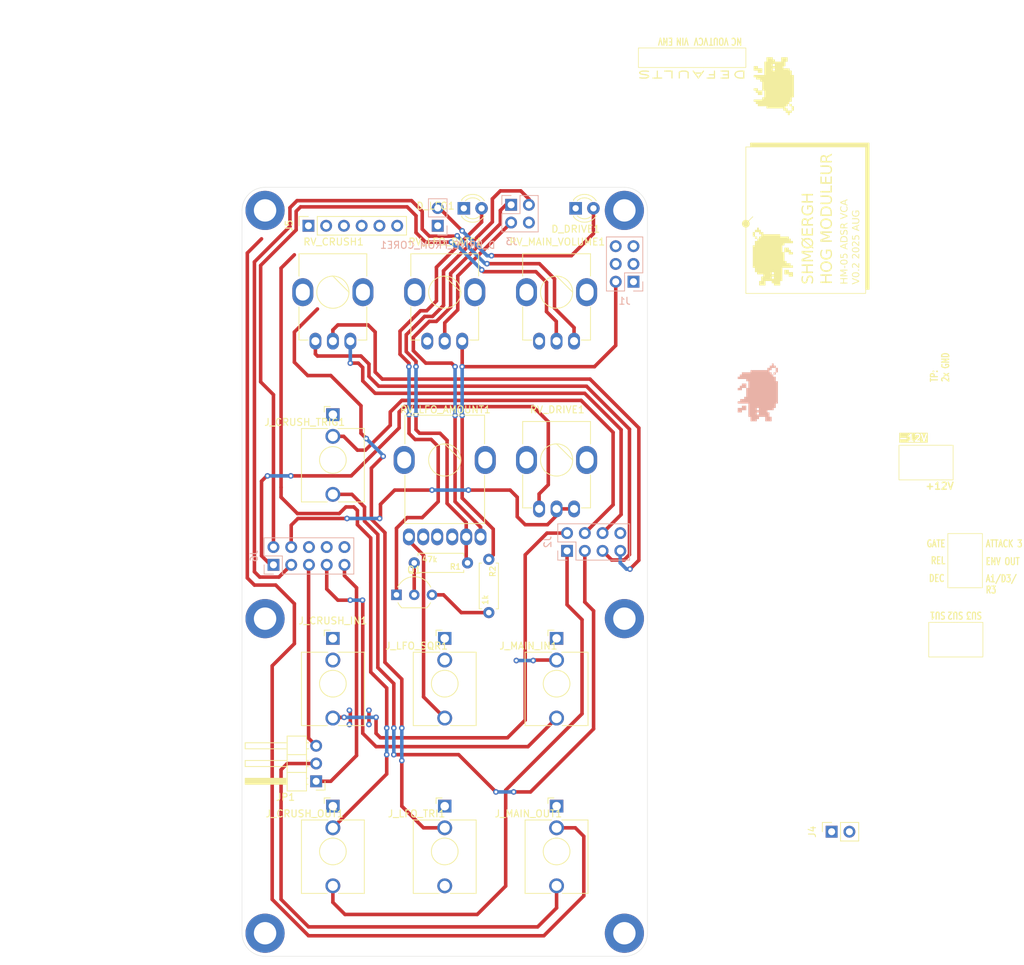
<source format=kicad_pcb>
(kicad_pcb (version 20241229) (generator "pcbnew") (generator_version "9.0")
  (layers (0 "F.Cu" signal) (4 "In1.Cu" power "GND1") (6 "In2.Cu" power "GND2") (2 "B.Cu" signal) (13 "F.Paste" user) (15 "B.Paste" user) (5 "F.SilkS" user "F.Silkscreen") (7 "B.SilkS" user "B.Silkscreen") (1 "F.Mask" user) (3 "B.Mask" user) (25 "Edge.Cuts" user))
  (net 0 "")
  (net 1 "DRIVE_LED_P")
  (net 2 "+12V")
  (net 3 "GND")
  (net 4 "-12V")
  (net 5 "Net-(D_LFO1-A)")
  (net 6 "RV_CRUSH_2")
  (net 7 "RV_CRUSH_1")
  (net 8 "CRUSH_OUT")
  (net 9 "CRUSH_IN")
  (net 10 "CRUSH_TRIG_DEFAULT")
  (net 12 "CRUSH_TRIG")
  (net 13 "RV_CRUSH_3")
  (net 14 "LFO_TRI")
  (net 15 "LFO_SQR")
  (net 16 "LFO_RATE")
  (net 18 "OUTPUT_OUT_DEFAULT")
  (net 19 "CRUSH_IN_DEFAULT")
  (net 20 "CRUSH_OUT_DEFAULT")
  (net 21 "LFO_SQR_DEFAULT")
  (net 22 "LFO_TRI_DEFAULT")
  (net 23 "OUTPUT_IN_DEFAULT")
  (net 24 "OUTPUT_LINE_OUT")
  (net 25 "OUTPUT_IN")
  (net 26 "OUTPUT_DRIVE_3")
  (net 27 "OUTPUT_DRIVE_1")
  (net 28 "OUTPUT_VOL_3")
  (net 30 "OUTPUT_PHONES_OUT")
  (net 31 "OUTPUT_VOL_2")
  (net 34 "OUTPUT_OUT")
  (net 35 "Net-(J_LFO_SQR1-PadT)")
  (net 36 "Net-(J_LFO_TRI1-PadT)")
  (net 37 "Net-(Q1-B)")
  (net 38 "Net-(Q1-C)")
  (footprint "Shmoergh_Custom_Footprints:Jack_3.5mm_QingPu_WQP-PJ398SM_Vertical_CircularHoles" (layer "F.Cu") (at 153 139)
    (property "Reference" "J_LFO_TRI1")
    (property "Value" "PJ398SM")
  )
  (footprint "MountingHole:MountingHole_3.2mm_M3_DIN965_Pad" (layer "F.Cu") (at 178.7 105.7)
    (property "Reference" "H6")
    (property "Value" "MountingHole")
  )
  (footprint "Shmoergh_Custom_Footprints:Potentiometer_Bourns_Single-PTV09A" (layer "F.Cu") (at 153 59)
    (property "Reference" "RV_LFO_RATE1")
    (property "Value" "A100k")
  )
  (footprint "Package_TO_SOT_THT:TO-92_Inline_Wide" (layer "F.Cu") (at 146.098 102.293)
    (property "Reference" "Q1")
    (property "Value" "2N3904")
  )
  (footprint "Shmoergh_Custom_Footprints:Jack_3.5mm_QingPu_WQP-PJ398SM_Vertical_CircularHoles" (layer "F.Cu") (at 137 139)
    (property "Reference" "J_CRUSH_OUT1")
    (property "Value" "PJ398SM")
  )
  (footprint "LED_THT:LED_D3.0mm" (layer "F.Cu") (at 171.73 47)
    (property "Reference" "D_DRIVE1")
    (property "Value" "Red LED")
  )
  (footprint "Connector_PinSocket_2.54mm:PinSocket_1x06_P2.54mm_Vertical" (layer "F.Cu") (at 133.5 49.5 90)
    (property "Reference" "J5")
    (property "Value" "Conn_01x06")
  )
  (footprint "Shmoergh_Logo:Gyeszno" (layer "F.Cu") (at 199.946 53.906 90)
    (property "Reference" "G***" (hide yes))
    (property "Value" "LOGO" (hide yes))
  )
  (footprint "Shmoergh_Custom_Footprints:Potentiometer_Bourns_Single-PTV09A" (layer "F.Cu") (at 137 59)
    (property "Reference" "RV_CRUSH1")
    (property "Value" "1M")
  )
  (footprint "Shmoergh_Custom_Footprints:Potentiometer_Bourns_Single-PTV09A" (layer "F.Cu") (at 169 59)
    (property "Reference" "RV_MAIN_VOLUME1")
    (property "Value" "A10k")
  )
  (footprint "MountingHole:MountingHole_3.2mm_M3_DIN965_Pad" (layer "F.Cu") (at 178.7 47.3)
    (property "Reference" "H2")
    (property "Value" "MountingHole")
  )
  (footprint "Shmoergh_Custom_Footprints:Potentiometer_Bourns_Dual-PTV112-4" (layer "F.Cu") (at 153 83)
    (property "Reference" "RV_LFO_AMOUNT1")
    (property "Value" "A20k")
  )
  (footprint "MountingHole:MountingHole_3.2mm_M3_DIN965_Pad" (layer "F.Cu") (at 178.7 150.7)
    (property "Reference" "H3")
    (property "Value" "MountingHole")
  )
  (footprint "Shmoergh_Custom_Footprints:Potentiometer_Bourns_Single-PTV09A" (layer "F.Cu") (at 169 83)
    (property "Reference" "RV_DRIVE1")
    (property "Value" "100k")
  )
  (footprint "Shmoergh_Custom_Footprints:Jack_3.5mm_QingPu_WQP-PJ398SM_Vertical_CircularHoles" (layer "F.Cu") (at 169 139)
    (property "Reference" "J_MAIN_OUT1")
    (property "Value" "PJ398SM")
  )
  (footprint "Connector_PinHeader_2.54mm:PinHeader_1x03_P2.54mm_Horizontal" (layer "F.Cu") (at 134.608 128.963 180)
    (property "Reference" "JP1")
    (property "Value" "Jumper_3_Open")
  )
  (footprint "MountingHole:MountingHole_3.2mm_M3_DIN965_Pad" (layer "F.Cu") (at 127.3 47.3)
    (property "Reference" "H1")
    (property "Value" "MountingHole")
  )
  (footprint "MountingHole:MountingHole_3.2mm_M3_DIN965_Pad" (layer "F.Cu") (at 127.3 150.7)
    (property "Reference" "H4")
    (property "Value" "MountingHole")
  )
  (footprint "Shmoergh_Custom_Footprints:R_Axial_DIN0207_L6.3mm_D2.5mm_P7.62mm_Horizontal" (layer "F.Cu") (at 159.306 97.213 -90)
    (property "Reference" "R2")
    (property "Value" "1k")
  )
  (footprint "Shmoergh_Custom_Footprints:Jack_3.5mm_QingPu_WQP-PJ398SM_Vertical_CircularHoles" (layer "F.Cu") (at 137 115)
    (property "Reference" "J_CRUSH_IN1")
    (property "Value" "PJ398SM")
  )
  (footprint "Shmoergh_Logo:Gyeszno" (layer "F.Cu") (at 200.073 29.522 -90)
    (property "Reference" "G***" (hide yes))
    (property "Value" "LOGO" (hide yes))
  )
  (footprint "LED_THT:LED_D3.0mm" (layer "F.Cu") (at 155.73 47)
    (property "Reference" "D_LFO1")
    (property "Value" "Red LED")
  )
  (footprint "Connector_PinSocket_2.54mm:PinSocket_1x02_P2.54mm_Vertical" (layer "F.Cu") (at 208.348 136.177 90)
    (property "Reference" "J4")
    (property "Value" "Conn_01x02")
  )
  (footprint "Shmoergh_Custom_Footprints:Jack_3.5mm_QingPu_WQP-PJ398SM_Vertical_CircularHoles" (layer "F.Cu") (at 137 83)
    (property "Reference" "J_CRUSH_TRIG1")
    (property "Value" "PJ398SM")
  )
  (footprint "Shmoergh_Custom_Footprints:R_Axial_DIN0207_L6.3mm_D2.5mm_P7.62mm_Horizontal" (layer "F.Cu") (at 156.258 97.721 180)
    (property "Reference" "R1")
    (property "Value" "47k")
  )
  (footprint "MountingHole:MountingHole_3.2mm_M3_DIN965_Pad" (layer "F.Cu") (at 127.3 105.7)
    (property "Reference" "H5")
    (property "Value" "MountingHole")
  )
  (footprint "Shmoergh_Custom_Footprints:Jack_3.5mm_QingPu_WQP-PJ398SM_Vertical_CircularHoles" (layer "F.Cu") (at 169 115)
    (property "Reference" "J_MAIN_IN1")
    (property "Value" "PJ398SM")
  )
  (footprint "Shmoergh_Custom_Footprints:Jack_3.5mm_QingPu_WQP-PJ398SM_Vertical_CircularHoles" (layer "F.Cu") (at 153 115)
    (property "Reference" "J_LFO_SQR1")
    (property "Value" "PJ398SM")
  )
  (footprint "Connector_PinSocket_2.54mm:PinSocket_1x02_P2.54mm_Vertical" (layer "B.Cu") (at 152 49.5)
    (property "Reference" "D_DRIVE_FROM_CORE1")
    (property "Value" "Red LED")
  )
  (footprint "Connector_PinSocket_2.54mm:PinSocket_2x04_P2.54mm_Vertical" (layer "B.Cu") (at 170.5 96 -90)
    (property "Reference" "J2")
    (property "Value" "Conn_02x04_Odd_Even")
  )
  (footprint "Connector_PinSocket_2.54mm:PinSocket_2x05_P2.54mm_Vertical" (layer "B.Cu") (at 128.5 98 -90)
    (property "Reference" "J6")
    (property "Value" "Conn_02x05_Odd_Even")
  )
  (footprint "Shmoergh_Logo:Gyeszno" (layer "B.Cu") (at 197.787 73.337 90)
    (property "Reference" "G***" (hide yes))
    (property "Value" "LOGO" (hide yes))
  )
  (footprint "Connector_PinSocket_2.54mm:PinSocket_2x03_P2.54mm_Vertical" (layer "B.Cu") (at 180 57.5)
    (property "Reference" "J1")
    (property "Value" "Conn_02x03_Odd_Even")
  )
  (footprint "Connector_PinSocket_2.54mm:PinSocket_2x02_P2.54mm_Vertical" (layer "B.Cu") (at 162.5 46.5 180)
    (property "Reference" "J3")
    (property "Value" "Conn_02x02_Odd_Even")
  )
  (gr_rect (start 217.98 80.8935) (end 225.727 85.8465) (stroke (width 0.1)) (fill no) (layer "F.SilkS"))
  (gr_rect (start 213.2175 38.16) (end 213.7085 58.603) (stroke (width 0.1)) (fill yes) (layer "F.SilkS"))
  (gr_line (start 197.0725 48.199) (end 196.0725 49.199) (stroke (width 0.1)) (layer "F.SilkS"))
  (gr_rect (start 224.965 93.53) (end 229.918 101.277) (stroke (width 0.1)) (fill no) (layer "F.SilkS"))
  (gr_rect (start 196.7325 37.66) (end 213.7085 38.16) (stroke (width 0.1)) (fill yes) (layer "F.SilkS"))
  (gr_rect (start 222.2345 106.23) (end 229.9815 111.183) (stroke (width 0.1)) (fill no) (layer "F.SilkS"))
  (gr_rect (start 196.0725 38.2215) (end 213.2175 59.1765) (stroke (width 0.1)) (fill no) (layer "F.SilkS"))
  (gr_rect (start 180.7055 24.061) (end 196.0725 26.855) (stroke (width 0.1)) (fill no) (layer "F.SilkS"))
  (gr_circle (center 196.0725 49.199) (end 195.5725 49.199) (stroke (width 0.1)) (fill yes) (layer "F.SilkS"))
  (gr_line (start 178.7 154) (end 127.3 154) (stroke (width 0.05)) (layer "Edge.Cuts"))
  (gr_arc (start 182 150.7) (mid 181.033452 153.033452) (end 178.7 154) (stroke (width 0.05)) (layer "Edge.Cuts"))
  (gr_line (start 182 47.3) (end 182 150.7) (stroke (width 0.05)) (layer "Edge.Cuts"))
  (gr_line (start 127.3 44) (end 178.7 44) (stroke (width 0.05)) (layer "Edge.Cuts"))
  (gr_line (start 124 150.7) (end 124 47.3) (stroke (width 0.05)) (layer "Edge.Cuts"))
  (gr_arc (start 124 47.3) (mid 124.966548 44.966548) (end 127.3 44) (stroke (width 0.05)) (layer "Edge.Cuts"))
  (gr_arc (start 127.3 154) (mid 124.966548 153.033452) (end 124 150.7) (stroke (width 0.05)) (layer "Edge.Cuts"))
  (gr_arc (start 178.7 44) (mid 181.033452 44.966548) (end 182 47.3) (stroke (width 0.05)) (layer "Edge.Cuts"))
  (gr_text "SHMØERGH \nHOG MODULEUR" (at 208.6455 57.9065 90) (layer "F.SilkS") (effects (font (size 1.6 1.6) (thickness 0.1)) (justify left bottom)))
  (gr_text "ATTACK 3" (at 230.299 95.562 0) (layer "F.SilkS") (effects (font (size 1 0.75) (thickness 0.17) (bold yes)) (justify left bottom)))
  (gr_text "DEFAULTS" (at 188.389 27.236 180) (layer "F.SilkS") (effects (font (size 1 2.2) (thickness 0.17) (bold yes)) (justify bottom)))
  (gr_text "-12V" (at 217.853 80.449 0) (layer "F.SilkS" knockout) (effects (font (size 1 1) (thickness 0.2) (bold yes)) (justify left bottom)))
  (gr_text "REL" (at 224.711 97.975 0) (layer "F.SilkS") (effects (font (size 1 0.75) (thickness 0.17) (bold yes)) (justify right bottom)))
  (gr_text "SU1" (at 223.5045 104.6425 180) (layer "F.SilkS") (effects (font (size 1 0.75) (thickness 0.17) (bold yes)) (justify bottom)))
  (gr_text "VIN" (at 186.992 22.537 180) (layer "F.SilkS") (effects (font (size 1 0.75) (thickness 0.17) (bold yes)) (justify bottom)))
  (gr_text "TP:\n2x GND" (at 225.219 71.94 90) (layer "F.SilkS") (effects (font (size 1 0.75) (thickness 0.17) (bold yes)) (justify left bottom)))
  (gr_text "SU2" (at 226.0445 104.6425 180) (layer "F.SilkS") (effects (font (size 1 0.75) (thickness 0.17) (bold yes)) (justify bottom)))
  (gr_text "+12V" (at 221.663 87.307 0) (layer "F.SilkS") (effects (font (size 1 1) (thickness 0.2) (bold yes)) (justify left bottom)))
  (gr_text "ENV" (at 184.579 22.537 180) (layer "F.SilkS") (effects (font (size 1 0.75) (thickness 0.17) (bold yes)) (justify bottom)))
  (gr_text "ENV OUT" (at 230.299 98.102 0) (layer "F.SilkS") (effects (font (size 1 0.75) (thickness 0.17) (bold yes)) (justify left bottom)))
  (gr_text "DEC" (at 224.584 100.515 0) (layer "F.SilkS") (effects (font (size 1 0.75) (thickness 0.17) (bold yes)) (justify right bottom)))
  (gr_text "SU3" (at 228.7115 104.6425 180) (layer "F.SilkS") (effects (font (size 1 0.75) (thickness 0.17) (bold yes)) (justify bottom)))
  (gr_text "A1/D3/\nR3" (at 230.299 102.166 0) (layer "F.SilkS") (effects (font (size 1 0.75) (thickness 0.17) (bold yes)) (justify left bottom)))
  (gr_text "NC" (at 194.739 22.537 180) (layer "F.SilkS") (effects (font (size 1 0.75) (thickness 0.17) (bold yes)) (justify bottom)))
  (gr_text "GATE" (at 224.711 95.562 0) (layer "F.SilkS") (effects (font (size 1 0.75) (thickness 0.17) (bold yes)) (justify right bottom)))
  (gr_text "VCV" (at 189.659 22.537 180) (layer "F.SilkS") (effects (font (size 1 0.75) (thickness 0.17) (bold yes)) (justify bottom)))
  (gr_text "HM-05 ADSR VCA\nV0.2 2025 AUG" (at 212.4555 57.9065 90) (layer "F.SilkS") (effects (font (size 1 1) (thickness 0.1)) (justify left bottom)))
  (gr_text "VOUT" (at 192.199 22.537 180) (layer "F.SilkS") (effects (font (size 1 0.75) (thickness 0.17) (bold yes)) (justify bottom)))
  (segment (start 159.56 53.779) (end 159.687 53.779) (width 0.508) (layer "F.Cu") (net 1))
  (segment (start 159.687 53.779) (end 171.117 53.779) (width 0.508) (layer "F.Cu") (net 1))
  (segment (start 152.233 46.96) (end 155.496 50.223) (width 0.508) (layer "F.Cu") (net 1))
  (segment (start 171.117 53.779) (end 174.27 50.626) (width 0.508) (layer "F.Cu") (net 1))
  (segment (start 152 46.96) (end 152.233 46.96) (width 0.508) (layer "F.Cu") (net 1))
  (segment (start 174.27 50.626) (end 174.27 47) (width 0.508) (layer "F.Cu") (net 1))
  (via (at 155.496 50.223) (size 0.8) (drill 0.4) (layers "F.Cu" "B.Cu") (net 1))
  (via (at 159.687 53.779) (size 0.8) (drill 0.4) (layers "F.Cu" "B.Cu") (net 1))
  (segment (start 159.56 53.779) (end 159.052 53.779) (width 0.508) (layer "B.Cu") (net 1))
  (segment (start 159.052 53.779) (end 155.496 50.223) (width 0.508) (layer "B.Cu") (net 1))
  (segment (start 159.941 92.895) (end 159.941 93.657) (width 0.508) (layer "F.Cu") (net 2))
  (segment (start 155.496 76.639) (end 155.496 88.45) (width 0.508) (layer "F.Cu") (net 2))
  (segment (start 155.496 69.654) (end 174.419 69.654) (width 0.508) (layer "F.Cu") (net 2))
  (segment (start 159.306 97.213) (end 159.941 96.578) (width 0.508) (layer "F.Cu") (net 2))
  (segment (start 155.496 69.654) (end 155.496 69.146) (width 0.508) (layer "F.Cu") (net 2))
  (segment (start 159.941 96.578) (end 159.941 93.657) (width 0.508) (layer "F.Cu") (net 2))
  (segment (start 155.496 69.146) (end 155.5 69.142) (width 0.508) (layer "F.Cu") (net 2))
  (segment (start 174.419 69.654) (end 177.46 66.613) (width 0.508) (layer "F.Cu") (net 2))
  (segment (start 155.5 69.142) (end 155.5 66) (width 0.508) (layer "F.Cu") (net 2))
  (segment (start 177.46 66.613) (end 177.46 57.5) (width 0.508) (layer "F.Cu") (net 2))
  (segment (start 155.496 88.45) (end 159.941 92.895) (width 0.508) (layer "F.Cu") (net 2))
  (via (at 155.496 69.654) (size 0.8) (drill 0.4) (layers "F.Cu" "B.Cu") (net 2))
  (via (at 155.496 76.639) (size 0.8) (drill 0.4) (layers "F.Cu" "B.Cu") (net 2))
  (segment (start 155.496 69.654) (end 155.496 76.639) (width 0.508) (layer "B.Cu") (net 2))
  (segment (start 139.494 120.708) (end 139.367 120.835) (width 0.508) (layer "F.Cu") (net 3))
  (segment (start 139.367 118.803) (end 139.494 118.93) (width 0.508) (layer "F.Cu") (net 3))
  (segment (start 139.494 118.93) (end 139.494 120.708) (width 0.508) (layer "F.Cu") (net 3))
  (segment (start 142.161 118.803) (end 142.161 120.835) (width 0.508) (layer "F.Cu") (net 3))
  (via (at 142.161 118.803) (size 0.8) (drill 0.4) (layers "F.Cu" "B.Cu") (net 3))
  (via (at 139.367 118.803) (size 0.8) (drill 0.4) (layers "F.Cu" "B.Cu") (net 3))
  (via (at 139.367 120.835) (size 0.8) (drill 0.4) (layers "F.Cu" "B.Cu") (net 3))
  (via (at 142.161 120.835) (size 0.8) (drill 0.4) (layers "F.Cu" "B.Cu") (net 3))
  (segment (start 149.527 61.653) (end 150.416 61.653) (width 0.508) (layer "F.Cu") (net 5))
  (segment (start 148.765 80.068) (end 151.064322 80.068) (width 0.508) (layer "F.Cu") (net 5))
  (segment (start 147.622 91.244) (end 146.098 92.768) (width 0.508) (layer "F.Cu") (net 5))
  (segment (start 147.876 69.146) (end 146.606 67.876) (width 0.508) (layer "F.Cu") (net 5))
  (segment (start 150.416 61.653) (end 151.813 60.256) (width 0.508) (layer "F.Cu") (net 5))
  (segment (start 147.891997 76.512) (end 147.891997 79.194997) (width 0.508) (layer "F.Cu") (net 5))
  (segment (start 152.067 81.070678) (end 152.067 88.958) (width 0.508) (layer "F.Cu") (net 5))
  (segment (start 151.813 60.256) (end 151.813 55.43) (width 0.508) (layer "F.Cu") (net 5))
  (segment (start 149.781 91.244) (end 147.622 91.244) (width 0.508) (layer "F.Cu") (net 5))
  (segment (start 146.606 64.574) (end 149.527 61.653) (width 0.508) (layer "F.Cu") (net 5))
  (segment (start 147.891997 79.194997) (end 148.765 80.068) (width 0.508) (layer "F.Cu") (net 5))
  (segment (start 152.067 88.958) (end 149.781 91.244) (width 0.508) (layer "F.Cu") (net 5))
  (segment (start 146.098 92.768) (end 146.098 102.293) (width 0.508) (layer "F.Cu") (net 5))
  (segment (start 158.27 48.973) (end 158.27 47) (width 0.508) (layer "F.Cu") (net 5))
  (segment (start 151.064322 80.068) (end 152.067 81.070678) (width 0.508) (layer "F.Cu") (net 5))
  (segment (start 151.813 55.43) (end 158.27 48.973) (width 0.508) (layer "F.Cu") (net 5))
  (segment (start 146.606 67.876) (end 146.606 64.574) (width 0.508) (layer "F.Cu") (net 5))
  (segment (start 147.876 69.654) (end 147.876 69.146) (width 0.508) (layer "F.Cu") (net 5))
  (via (at 147.876 69.654) (size 0.8) (drill 0.4) (layers "F.Cu" "B.Cu") (net 5))
  (via (at 147.891997 76.512) (size 0.8) (drill 0.4) (layers "F.Cu" "B.Cu") (net 5))
  (segment (start 147.891997 76.512) (end 147.891997 69.669997) (width 0.508) (layer "B.Cu") (net 5))
  (segment (start 147.891997 69.669997) (end 147.876 69.654) (width 0.508) (layer "B.Cu") (net 5))
  (segment (start 142.034 63.685) (end 143.05 64.701) (width 0.508) (layer "F.Cu") (net 6))
  (segment (start 143.05 70.416) (end 144.066 71.432) (width 0.508) (layer "F.Cu") (net 6))
  (segment (start 137 64.401) (end 137.716 63.685) (width 0.508) (layer "F.Cu") (net 6))
  (segment (start 137.716 63.685) (end 142.034 63.685) (width 0.508) (layer "F.Cu") (net 6))
  (segment (start 180.769 78.417) (end 180.769 97.34) (width 0.508) (layer "F.Cu") (net 6))
  (segment (start 173.784 71.432) (end 180.769 78.417) (width 0.508) (layer "F.Cu") (net 6))
  (segment (start 180.769 97.34) (end 179.499 98.61) (width 0.508) (layer "F.Cu") (net 6))
  (segment (start 144.066 71.432) (end 173.784 71.432) (width 0.508) (layer "F.Cu") (net 6))
  (segment (start 137 66) (end 137 64.401) (width 0.508) (layer "F.Cu") (net 6))
  (segment (start 143.05 64.701) (end 143.05 70.416) (width 0.508) (layer "F.Cu") (net 6))
  (via (at 179.499 98.61) (size 0.8) (drill 0.4) (layers "F.Cu" "B.Cu") (net 6))
  (segment (start 179.499 98.61) (end 178.991 98.61) (width 0.508) (layer "B.Cu") (net 6))
  (segment (start 178.102 96.018) (end 178.12 96) (width 0.508) (layer "B.Cu") (net 6))
  (segment (start 178.102 97.721) (end 178.102 96.018) (width 0.508) (layer "B.Cu") (net 6))
  (segment (start 178.991 98.61) (end 178.102 97.721) (width 0.508) (layer "B.Cu") (net 6))
  (segment (start 179.425 96.540549) (end 179.425 78.597) (width 0.508) (layer "F.Cu") (net 7))
  (segment (start 141.018 68.13) (end 134.795 68.13) (width 0.508) (layer "F.Cu") (net 7))
  (segment (start 175.58 96) (end 176.885 97.305) (width 0.508) (layer "F.Cu") (net 7))
  (segment (start 142.161 69.273) (end 141.018 68.13) (width 0.508) (layer "F.Cu") (net 7))
  (segment (start 143.558 72.448) (end 142.161 71.051) (width 0.508) (layer "F.Cu") (net 7))
  (segment (start 178.660549 97.305) (end 179.425 96.540549) (width 0.508) (layer "F.Cu") (net 7))
  (segment (start 179.425 78.597) (end 173.276 72.448) (width 0.508) (layer "F.Cu") (net 7))
  (segment (start 134.795 68.13) (end 134.5 67.835) (width 0.508) (layer "F.Cu") (net 7))
  (segment (start 142.161 71.051) (end 142.161 69.273) (width 0.508) (layer "F.Cu") (net 7))
  (segment (start 134.5 67.835) (end 134.5 66) (width 0.508) (layer "F.Cu") (net 7))
  (segment (start 173.276 72.448) (end 143.558 72.448) (width 0.508) (layer "F.Cu") (net 7))
  (segment (start 176.885 97.305) (end 178.660549 97.305) (width 0.508) (layer "F.Cu") (net 7))
  (segment (start 138.732 148.013) (end 157.655 148.013) (width 0.508) (layer "F.Cu") (net 8))
  (segment (start 170.5 103.708) (end 170.5 96) (width 0.508) (layer "F.Cu") (net 8))
  (segment (start 161.719 143.949) (end 161.719 130.233) (width 0.508) (layer "F.Cu") (net 8))
  (segment (start 161.719 130.233) (end 172.641 119.311) (width 0.508) (layer "F.Cu") (net 8))
  (segment (start 137 146.281) (end 138.732 148.013) (width 0.508) (layer "F.Cu") (net 8))
  (segment (start 172.641 105.849) (end 170.5 103.708) (width 0.508) (layer "F.Cu") (net 8))
  (segment (start 172.641 119.311) (end 172.641 105.849) (width 0.508) (layer "F.Cu") (net 8))
  (segment (start 137 143.92) (end 137 146.281) (width 0.508) (layer "F.Cu") (net 8))
  (segment (start 157.655 148.013) (end 161.719 143.949) (width 0.508) (layer "F.Cu") (net 8))
  (segment (start 161.973 122.74) (end 164.513 120.2) (width 0.508) (layer "F.Cu") (net 9))
  (segment (start 164.513 96.578) (end 167.631 93.46) (width 0.508) (layer "F.Cu") (net 9))
  (segment (start 167.631 93.46) (end 170.5 93.46) (width 0.508) (layer "F.Cu") (net 9))
  (segment (start 143.177 119.819) (end 143.177 122.105) (width 0.508) (layer "F.Cu") (net 9))
  (segment (start 137.101 119.819) (end 137 119.92) (width 0.508) (layer "F.Cu") (net 9))
  (segment (start 143.812 122.74) (end 161.973 122.74) (width 0.508) (layer "F.Cu") (net 9))
  (segment (start 164.513 120.2) (end 164.513 96.578) (width 0.508) (layer "F.Cu") (net 9))
  (segment (start 143.177 122.105) (end 143.812 122.74) (width 0.508) (layer "F.Cu") (net 9))
  (segment (start 138.605 119.819) (end 137.101 119.819) (width 0.508) (layer "F.Cu") (net 9))
  (via (at 143.177 119.819) (size 0.8) (drill 0.4) (layers "F.Cu" "B.Cu") (net 9))
  (via (at 138.605 119.819) (size 0.8) (drill 0.4) (layers "F.Cu" "B.Cu") (net 9))
  (segment (start 143.177 119.819) (end 138.605 119.819) (width 0.508) (layer "B.Cu") (net 9))
  (segment (start 146.86 74.48) (end 147.114 74.48) (width 0.508) (layer "F.Cu") (net 10))
  (segment (start 172.514 74.48) (end 177.086 79.052) (width 0.508) (layer "F.Cu") (net 10))
  (segment (start 141.653 81.592) (end 145.209 78.036) (width 0.508) (layer "F.Cu") (net 10))
  (segment (start 147.114 74.48) (end 172.514 74.48) (width 0.508) (layer "F.Cu") (net 10))
  (segment (start 177.086 89.414) (end 173.04 93.46) (width 0.508) (layer "F.Cu") (net 10))
  (segment (start 145.209 76.131) (end 146.86 74.48) (width 0.508) (layer "F.Cu") (net 10))
  (segment (start 138.538 79.62) (end 140.51 81.592) (width 0.508) (layer "F.Cu") (net 10))
  (segment (start 140.51 81.592) (end 141.653 81.592) (width 0.508) (layer "F.Cu") (net 10))
  (segment (start 177.086 79.052) (end 177.086 89.414) (width 0.508) (layer "F.Cu") (net 10))
  (segment (start 145.209 78.036) (end 145.209 76.131) (width 0.508) (layer "F.Cu") (net 10))
  (segment (start 137 79.62) (end 138.538 79.62) (width 0.508) (layer "F.Cu") (net 10))
  (segment (start 160.322 130.487) (end 154.988 125.153) (width 0.508) (layer "F.Cu") (net 12))
  (segment (start 139.726 87.92) (end 141.526 89.72) (width 0.508) (layer "F.Cu") (net 12))
  (segment (start 173.04 96) (end 173.04 103.291) (width 0.508) (layer "F.Cu") (net 12))
  (segment (start 137 87.92) (end 139.726 87.92) (width 0.508) (layer "F.Cu") (net 12))
  (segment (start 141.526 91.752) (end 143.431 93.657) (width 0.508) (layer "F.Cu") (net 12))
  (segment (start 174.292 104.579) (end 174.292 121.47) (width 0.508) (layer "F.Cu") (net 12))
  (segment (start 143.431 112.707) (end 145.717 114.993) (width 0.508) (layer "F.Cu") (net 12))
  (segment (start 145.717 114.993) (end 145.717 121.343) (width 0.508) (layer "F.Cu") (net 12))
  (segment (start 174.292 121.47) (end 165.275 130.487) (width 0.508) (layer "F.Cu") (net 12))
  (segment (start 165.275 130.487) (end 162.862 130.487) (width 0.508) (layer "F.Cu") (net 12))
  (segment (start 141.526 89.72) (end 141.526 91.752) (width 0.508) (layer "F.Cu") (net 12))
  (segment (start 154.988 125.153) (end 145.717 125.153) (width 0.508) (layer "F.Cu") (net 12))
  (segment (start 173.04 103.291) (end 173.022 103.309) (width 0.508) (layer "F.Cu") (net 12))
  (segment (start 143.431 93.657) (end 143.431 112.707) (width 0.508) (layer "F.Cu") (net 12))
  (segment (start 173.022 103.309) (end 174.292 104.579) (width 0.508) (layer "F.Cu") (net 12))
  (via (at 145.717 121.343) (size 0.8) (drill 0.4) (layers "F.Cu" "B.Cu") (net 12))
  (via (at 162.862 130.487) (size 0.8) (drill 0.4) (layers "F.Cu" "B.Cu") (net 12))
  (via (at 145.717 125.153) (size 0.8) (drill 0.4) (layers "F.Cu" "B.Cu") (net 12))
  (via (at 160.322 130.487) (size 0.8) (drill 0.4) (layers "F.Cu" "B.Cu") (net 12))
  (segment (start 145.717 125.153) (end 145.717 121.343) (width 0.508) (layer "B.Cu") (net 12))
  (segment (start 162.862 130.487) (end 160.322 130.487) (width 0.508) (layer "B.Cu") (net 12))
  (segment (start 178.229 90.811) (end 178.229 78.671) (width 0.508) (layer "F.Cu") (net 13))
  (segment (start 141.272 71.686) (end 141.272 69.781) (width 0.508) (layer "F.Cu") (net 13))
  (segment (start 143.05 73.464) (end 141.272 71.686) (width 0.508) (layer "F.Cu") (net 13))
  (segment (start 141.272 69.781) (end 140.637 69.146) (width 0.508) (layer "F.Cu") (net 13))
  (segment (start 178.229 78.671) (end 173.022 73.464) (width 0.508) (layer "F.Cu") (net 13))
  (segment (start 140.637 69.146) (end 139.494 69.146) (width 0.508) (layer "F.Cu") (net 13))
  (segment (start 173.022 73.464) (end 143.05 73.464) (width 0.508) (layer "F.Cu") (net 13))
  (segment (start 175.58 93.46) (end 178.229 90.811) (width 0.508) (layer "F.Cu") (net 13))
  (via (at 139.494 69.146) (size 0.8) (drill 0.4) (layers "F.Cu" "B.Cu") (net 13))
  (segment (start 139.494 69.146) (end 139.494 66.006) (width 0.508) (layer "B.Cu") (net 13))
  (segment (start 139.494 66.006) (end 139.5 66) (width 0.508) (layer "B.Cu") (net 13))
  (segment (start 152.829 55.938) (end 159.814 48.953) (width 0.508) (layer "F.Cu") (net 14))
  (segment (start 156.075 97.538) (end 156.258 97.721) (width 0.508) (layer "F.Cu") (net 14))
  (segment (start 152.321 79.179) (end 153.337 80.195) (width 0.508) (layer "F.Cu") (net 14))
  (segment (start 148.892 69.654) (end 148.892 68.892) (width 0.508) (layer "F.Cu") (net 14))
  (segment (start 163.878 44.508) (end 165.04 45.67) (width 0.508) (layer "F.Cu") (net 14))
  (segment (start 156.075 91.95) (end 156.075 94) (width 0.508) (layer "F.Cu") (net 14))
  (segment (start 151.252 62.468) (end 152.829 60.891) (width 0.508) (layer "F.Cu") (net 14))
  (segment (start 153.337 80.195) (end 153.337 89.212) (width 0.508) (layer "F.Cu") (net 14))
  (segment (start 148.892 78.671) (end 149.4 79.179) (width 0.508) (layer "F.Cu") (net 14))
  (segment (start 159.814 45.651) (end 160.957 44.508) (width 0.508) (layer "F.Cu") (net 14))
  (segment (start 152.829 60.891) (end 152.829 55.938) (width 0.508) (layer "F.Cu") (net 14))
  (segment (start 156.075 94) (end 156.075 97.538) (width 0.508) (layer "F.Cu") (net 14))
  (segment (start 148.892 76.512) (end 148.892 78.671) (width 0.508) (layer "F.Cu") (net 14))
  (segment (start 153.337 89.212) (end 156.075 91.95) (width 0.508) (layer "F.Cu") (net 14))
  (segment (start 159.814 48.953) (end 159.814 45.651) (width 0.508) (layer "F.Cu") (net 14))
  (segment (start 147.495 67.495) (end 147.495 65.095322) (width 0.508) (layer "F.Cu") (net 14))
  (segment (start 147.495 65.095322) (end 150.122322 62.468) (width 0.508) (layer "F.Cu") (net 14))
  (segment (start 160.957 44.508) (end 163.878 44.508) (width 0.508) (layer "F.Cu") (net 14))
  (segment (start 148.892 68.892) (end 147.495 67.495) (width 0.508) (layer "F.Cu") (net 14))
  (segment (start 149.4 79.179) (end 152.321 79.179) (width 0.508) (layer "F.Cu") (net 14))
  (segment (start 165.04 45.67) (end 165.04 46.5) (width 0.508) (layer "F.Cu") (net 14))
  (segment (start 150.122322 62.468) (end 151.252 62.468) (width 0.508) (layer "F.Cu") (net 14))
  (via (at 148.892 76.512) (size 0.8) (drill 0.4) (layers "F.Cu" "B.Cu") (net 14))
  (via (at 148.892 69.654) (size 0.8) (drill 0.4) (layers "F.Cu" "B.Cu") (net 14))
  (segment (start 148.892 69.654) (end 148.892 76.512) (width 0.508) (layer "B.Cu") (net 14))
  (segment (start 150.797 63.177) (end 151.813 63.177) (width 0.508) (layer "F.Cu") (net 15))
  (segment (start 148.511 67.368) (end 148.511 65.463) (width 0.508) (layer "F.Cu") (net 15))
  (segment (start 158.125 92.603) (end 158.125 94) (width 0.508) (layer "F.Cu") (net 15))
  (segment (start 153.972 69.146) (end 150.289 69.146) (width 0.508) (layer "F.Cu") (net 15))
  (segment (start 160.957 49.207) (end 160.957 47.302) (width 0.508) (layer "F.Cu") (net 15))
  (segment (start 154.48 88.958) (end 158.125 92.603) (width 0.508) (layer "F.Cu") (net 15))
  (segment (start 154.48 69.654) (end 153.972 69.146) (width 0.508) (layer "F.Cu") (net 15))
  (segment (start 161.719 46.54) (end 162.46 46.54) (width 0.508) (layer "F.Cu") (net 15))
  (segment (start 151.813 63.177) (end 153.845 61.145) (width 0.508) (layer "F.Cu") (net 15))
  (segment (start 160.957 47.302) (end 161.719 46.54) (width 0.508) (layer "F.Cu") (net 15))
  (segment (start 162.46 46.54) (end 162.5 46.5) (width 0.508) (layer "F.Cu") (net 15))
  (segment (start 153.845 61.145) (end 153.845 56.319) (width 0.508) (layer "F.Cu") (net 15))
  (segment (start 150.289 69.146) (end 148.511 67.368) (width 0.508) (layer "F.Cu") (net 15))
  (segment (start 153.845 56.319) (end 160.957 49.207) (width 0.508) (layer "F.Cu") (net 15))
  (segment (start 148.511 65.463) (end 150.797 63.177) (width 0.508) (layer "F.Cu") (net 15))
  (segment (start 154.48 76.639) (end 154.48 88.958) (width 0.508) (layer "F.Cu") (net 15))
  (via (at 154.48 69.654) (size 0.8) (drill 0.4) (layers "F.Cu" "B.Cu") (net 15))
  (via (at 154.48 76.639) (size 0.8) (drill 0.4) (layers "F.Cu" "B.Cu") (net 15))
  (segment (start 154.48 76.639) (end 154.48 69.654) (width 0.508) (layer "B.Cu") (net 15))
  (segment (start 153 63.387) (end 154.861 61.526) (width 0.508) (layer "F.Cu") (net 16))
  (segment (start 154.861 56.679) (end 162.5 49.04) (width 0.508) (layer "F.Cu") (net 16))
  (segment (start 154.861 61.526) (end 154.861 56.679) (width 0.508) (layer "F.Cu") (net 16))
  (segment (start 153 66) (end 153 63.387) (width 0.508) (layer "F.Cu") (net 16))
  (segment (start 124.762 99.88) (end 124.762 53.398) (width 0.508) (layer "F.Cu") (net 18))
  (segment (start 131.493 103.563) (end 128.826 100.896) (width 0.508) (layer "F.Cu") (net 18))
  (segment (start 133.525 151.061) (end 128.318 145.854) (width 0.508) (layer "F.Cu") (net 18))
  (segment (start 169 135.62) (end 171.678 135.62) (width 0.508) (layer "F.Cu") (net 18))
  (segment (start 171.678 135.62) (end 172.895 136.837) (width 0.508) (layer "F.Cu") (net 18))
  (segment (start 125.778 100.896) (end 124.762 99.88) (width 0.508) (layer "F.Cu") (net 18))
  (segment (start 172.895 145.346) (end 167.18 151.061) (width 0.508) (layer "F.Cu") (net 18))
  (segment (start 172.895 136.837) (end 172.895 145.346) (width 0.508) (layer "F.Cu") (net 18))
  (segment (start 131.493 109.278) (end 131.493 103.563) (width 0.508) (layer "F.Cu") (net 18))
  (segment (start 128.318 145.854) (end 128.318 112.453) (width 0.508) (layer "F.Cu") (net 18))
  (segment (start 124.762 53.398) (end 126.794 51.366) (width 0.508) (layer "F.Cu") (net 18))
  (segment (start 128.318 112.453) (end 131.493 109.278) (width 0.508) (layer "F.Cu") (net 18))
  (segment (start 167.18 151.061) (end 133.525 151.061) (width 0.508) (layer "F.Cu") (net 18))
  (segment (start 128.826 100.896) (end 125.778 100.896) (width 0.508) (layer "F.Cu") (net 18))
  (segment (start 142.796 113.723) (end 142.415 113.342) (width 0.508) (layer "F.Cu") (net 20))
  (segment (start 137 135.62) (end 144.701 127.919) (width 0.508) (layer "F.Cu") (net 20))
  (segment (start 142.415 94.165) (end 140.51 92.26) (width 0.508) (layer "F.Cu") (net 20))
  (segment (start 129.588 86.926) (end 129.588 55.557) (width 0.508) (layer "F.Cu") (net 20))
  (segment (start 142.415 100.515) (end 142.415 94.165) (width 0.508) (layer "F.Cu") (net 20))
  (segment (start 140.51 90.228) (end 140.002 89.72) (width 0.508) (layer "F.Cu") (net 20))
  (segment (start 138.859 89.72) (end 137.917 90.662) (width 0.508) (layer "F.Cu") (net 20))
  (segment (start 140.51 92.26) (end 140.51 90.228) (width 0.508) (layer "F.Cu") (net 20))
  (segment (start 142.415 113.342) (end 142.415 100.515) (width 0.508) (layer "F.Cu") (net 20))
  (segment (start 129.588 88.323) (end 129.588 86.926) (width 0.508) (layer "F.Cu") (net 20))
  (segment (start 129.715 88.45) (end 129.588 88.323) (width 0.508) (layer "F.Cu") (net 20))
  (segment (start 129.588 55.557) (end 131.493 53.652) (width 0.508) (layer "F.Cu") (net 20))
  (segment (start 144.701 127.919) (end 144.701 125.153) (width 0.508) (layer "F.Cu") (net 20))
  (segment (start 140.002 89.72) (end 138.859 89.72) (width 0.508) (layer "F.Cu") (net 20))
  (segment (start 144.701 115.628) (end 142.796 113.723) (width 0.508) (layer "F.Cu") (net 20))
  (segment (start 144.701 121.343) (end 144.701 115.628) (width 0.508) (layer "F.Cu") (net 20))
  (segment (start 131.927 90.662) (end 129.715 88.45) (width 0.508) (layer "F.Cu") (net 20))
  (segment (start 137.917 90.662) (end 131.927 90.662) (width 0.508) (layer "F.Cu") (net 20))
  (via (at 144.701 121.343) (size 0.8) (drill 0.4) (layers "F.Cu" "B.Cu") (net 20))
  (via (at 144.701 125.153) (size 0.8) (drill 0.4) (layers "F.Cu" "B.Cu") (net 20))
  (segment (start 144.701 125.153) (end 144.701 121.343) (width 0.508) (layer "B.Cu") (net 20))
  (segment (start 131.493 64.701) (end 134.795 61.399) (width 0.508) (layer "F.Cu") (net 22))
  (segment (start 142.508 84.166) (end 144.193 82.481) (width 0.508) (layer "F.Cu") (net 22))
  (segment (start 142.508 91.464) (end 142.508 84.166) (width 0.508) (layer "F.Cu") (net 22))
  (segment (start 131.493 69.019) (end 131.493 64.701) (width 0.508) (layer "F.Cu") (net 22))
  (segment (start 141.018 75.242) (end 136.7 70.924) (width 0.508) (layer "F.Cu") (net 22))
  (segment (start 141.018 79.179) (end 141.018 75.242) (width 0.508) (layer "F.Cu") (net 22))
  (segment (start 146.86 121.343) (end 146.86 114.358) (width 0.508) (layer "F.Cu") (net 22))
  (segment (start 146.86 114.358) (end 144.447 111.945) (width 0.508) (layer "F.Cu") (net 22))
  (segment (start 153 135.62) (end 149.961 135.62) (width 0.508) (layer "F.Cu") (net 22))
  (segment (start 149.961 135.62) (end 149.146 134.805) (width 0.508) (layer "F.Cu") (net 22))
  (segment (start 149.146 134.805) (end 146.86 132.519) (width 0.508) (layer "F.Cu") (net 22))
  (segment (start 141.78 79.941) (end 141.018 79.179) (width 0.508) (layer "F.Cu") (net 22))
  (segment (start 133.398 70.924) (end 131.493 69.019) (width 0.508) (layer "F.Cu") (net 22))
  (segment (start 136.7 70.924) (end 133.398 70.924) (width 0.508) (layer "F.Cu") (net 22))
  (segment (start 146.86 132.519) (end 146.86 126.007) (width 0.508) (layer "F.Cu") (net 22))
  (segment (start 144.447 93.403) (end 142.508 91.464) (width 0.508) (layer "F.Cu") (net 22))
  (segment (start 144.447 111.945) (end 144.447 93.403) (width 0.508) (layer "F.Cu") (net 22))
  (via (at 146.86 126.007) (size 0.8) (drill 0.4) (layers "F.Cu" "B.Cu") (net 22))
  (via (at 144.193 82.481) (size 0.8) (drill 0.4) (layers "F.Cu" "B.Cu") (net 22))
  (via (at 141.78 79.941) (size 0.8) (drill 0.4) (layers "F.Cu" "B.Cu") (net 22))
  (via (at 146.86 121.343) (size 0.8) (drill 0.4) (layers "F.Cu" "B.Cu") (net 22))
  (segment (start 144.193 82.354) (end 144.193 82.481) (width 0.508) (layer "B.Cu") (net 22))
  (segment (start 146.86 126.007) (end 146.86 121.343) (width 0.508) (layer "B.Cu") (net 22))
  (segment (start 141.78 79.941) (end 144.193 82.354) (width 0.508) (layer "B.Cu") (net 22))
  (segment (start 169 111.62) (end 165.727 111.62) (width 0.508) (layer "F.Cu") (net 23))
  (segment (start 165.727 111.62) (end 165.656 111.691) (width 0.508) (layer "F.Cu") (net 23))
  (via (at 165.656 111.691) (size 0.8) (drill 0.4) (layers "F.Cu" "B.Cu") (net 23))
  (via (at 163.243 111.691) (size 0.8) (drill 0.4) (layers "F.Cu" "B.Cu") (net 23))
  (segment (start 165.656 111.691) (end 163.243 111.691) (width 0.508) (layer "B.Cu") (net 23))
  (segment (start 136.7 128.963) (end 140.383 125.28) (width 0.508) (layer "F.Cu") (net 24))
  (segment (start 140.383 101.277) (end 138.66 99.554) (width 0.508) (layer "F.Cu") (net 24))
  (segment (start 134.608 128.963) (end 136.7 128.963) (width 0.508) (layer "F.Cu") (net 24))
  (segment (start 138.66 99.554) (end 138.66 98) (width 0.508) (layer "F.Cu") (net 24))
  (segment (start 140.383 125.28) (end 140.383 101.277) (width 0.508) (layer "F.Cu") (net 24))
  (segment (start 137.716 103.055) (end 136.12 101.459) (width 0.508) (layer "F.Cu") (net 25))
  (segment (start 136.12 101.459) (end 136.12 98) (width 0.508) (layer "F.Cu") (net 25))
  (segment (start 141.237 103.055) (end 141.272 103.09) (width 0.508) (layer "F.Cu") (net 25))
  (segment (start 141.272 122.105) (end 143.177 124.01) (width 0.508) (layer "F.Cu") (net 25))
  (segment (start 143.177 124.01) (end 164.91 124.01) (width 0.508) (layer "F.Cu") (net 25))
  (segment (start 164.91 124.01) (end 169 119.92) (width 0.508) (layer "F.Cu") (net 25))
  (segment (start 141.272 103.09) (end 141.272 122.105) (width 0.508) (layer "F.Cu") (net 25))
  (segment (start 139.494 103.055) (end 137.716 103.055) (width 0.508) (layer "F.Cu") (net 25))
  (via (at 141.237 103.055) (size 0.8) (drill 0.4) (layers "F.Cu" "B.Cu") (net 25))
  (via (at 139.494 103.055) (size 0.8) (drill 0.4) (layers "F.Cu" "B.Cu") (net 25))
  (segment (start 141.237 103.055) (end 139.494 103.055) (width 0.508) (layer "B.Cu") (net 25))
  (segment (start 145.844 87.307) (end 151.178 87.307) (width 0.508) (layer "F.Cu") (net 26))
  (segment (start 163.37 91.117) (end 164.513 92.26) (width 0.508) (layer "F.Cu") (net 26))
  (segment (start 164.513 92.26) (end 167.688 92.26) (width 0.508) (layer "F.Cu") (net 26))
  (segment (start 132.001 91.371) (end 131.04 92.332) (width 0.508) (layer "F.Cu") (net 26))
  (segment (start 143.812 91.244) (end 143.812 89.339) (width 0.508) (layer "F.Cu") (net 26))
  (segment (start 167.688 92.26) (end 169 90.948) (width 0.508) (layer "F.Cu") (net 26))
  (segment (start 169 90) (end 171.5 90) (width 0.508) (layer "F.Cu") (net 26))
  (segment (start 162.354 87.307) (end 163.37 88.323) (width 0.508) (layer "F.Cu") (net 26))
  (segment (start 163.37 88.323) (end 163.37 91.117) (width 0.508) (layer "F.Cu") (net 26))
  (segment (start 139.021 91.371) (end 132.001 91.371) (width 0.508) (layer "F.Cu") (net 26))
  (segment (start 143.812 89.339) (end 145.844 87.307) (width 0.508) (layer "F.Cu") (net 26))
  (segment (start 131.04 92.332) (end 131.04 95.46) (width 0.508) (layer "F.Cu") (net 26))
  (segment (start 169 90.948) (end 169 90) (width 0.508) (layer "F.Cu") (net 26))
  (segment (start 143.685 91.371) (end 143.812 91.244) (width 0.508) (layer "F.Cu") (net 26))
  (segment (start 156.385 87.307) (end 162.354 87.307) (width 0.508) (layer "F.Cu") (net 26))
  (via (at 156.385 87.307) (size 0.8) (drill 0.4) (layers "F.Cu" "B.Cu") (net 26))
  (via (at 151.178 87.307) (size 0.8) (drill 0.4) (layers "F.Cu" "B.Cu") (net 26))
  (via (at 143.685 91.371) (size 0.8) (drill 0.4) (layers "F.Cu" "B.Cu") (net 26))
  (via (at 139.021 91.371) (size 0.8) (drill 0.4) (layers "F.Cu" "B.Cu") (net 26))
  (segment (start 151.178 87.307) (end 156.385 87.307) (width 0.508) (layer "B.Cu") (net 26))
  (segment (start 139.021 91.371) (end 143.685 91.371) (width 0.508) (layer "B.Cu") (net 26))
  (segment (start 146.479 78.417) (end 146.479 76.131) (width 0.508) (layer "F.Cu") (net 27))
  (segment (start 167.815 77.528) (end 167.815 86.545) (width 0.508) (layer "F.Cu") (net 27))
  (segment (start 167.815 86.545) (end 166.5 87.86) (width 0.508) (layer "F.Cu") (net 27))
  (segment (start 130.985 85.275) (end 139.621 85.275) (width 0.508) (layer "F.Cu") (net 27))
  (segment (start 139.621 85.275) (end 146.479 78.417) (width 0.508) (layer "F.Cu") (net 27))
  (segment (start 146.479 76.131) (end 147.241 75.369) (width 0.508) (layer "F.Cu") (net 27))
  (segment (start 128.089 98) (end 128.5 98) (width 0.508) (layer "F.Cu") (net 27))
  (segment (start 127.646 85.275) (end 127.519 85.402) (width 0.508) (layer "F.Cu") (net 27))
  (segment (start 126.794 96.705) (end 128.089 98) (width 0.508) (layer "F.Cu") (net 27))
  (segment (start 126.794 86.037) (end 126.794 96.705) (width 0.508) (layer "F.Cu") (net 27))
  (segment (start 127.429 85.402) (end 126.794 86.037) (width 0.508) (layer "F.Cu") (net 27))
  (segment (start 127.519 85.402) (end 127.429 85.402) (width 0.508) (layer "F.Cu") (net 27))
  (segment (start 147.241 75.369) (end 165.656 75.369) (width 0.508) (layer "F.Cu") (net 27))
  (segment (start 166.5 87.86) (end 166.5 90) (width 0.508) (layer "F.Cu") (net 27))
  (segment (start 165.656 75.369) (end 167.815 77.528) (width 0.508) (layer "F.Cu") (net 27))
  (via (at 130.985 85.275) (size 0.8) (drill 0.4) (layers "F.Cu" "B.Cu") (net 27))
  (via (at 127.646 85.275) (size 0.8) (drill 0.4) (layers "F.Cu" "B.Cu") (net 27))
  (segment (start 127.646 85.275) (end 130.985 85.275) (width 0.508) (layer "B.Cu") (net 27))
  (segment (start 126.54 99.753) (end 129.287 99.753) (width 0.508) (layer "F.Cu") (net 28))
  (segment (start 131.874 45.905) (end 130.858 46.921) (width 0.508) (layer "F.Cu") (net 28))
  (segment (start 168.704 57.081) (end 168.704 61.272) (width 0.508) (layer "F.Cu") (net 28))
  (segment (start 125.778 98.991) (end 126.54 99.753) (width 0.508) (layer "F.Cu") (net 28))
  (segment (start 154.734 50.985) (end 150.797 50.985) (width 0.508) (layer "F.Cu") (net 28))
  (segment (start 154.788891 50.930109) (end 154.734 50.985) (width 0.508) (layer "F.Cu") (net 28))
  (segment (start 130.858 49.588) (end 125.778 54.668) (width 0.508) (layer "F.Cu") (net 28))
  (segment (start 159.052 54.922) (end 166.545 54.922) (width 0.508) (layer "F.Cu") (net 28))
  (segment (start 149.781 47.429) (end 148.257 45.905) (width 0.508) (layer "F.Cu") (net 28))
  (segment (start 129.287 99.753) (end 131.04 98) (width 0.508) (layer "F.Cu") (net 28))
  (segment (start 150.797 50.985) (end 149.781 49.969) (width 0.508) (layer "F.Cu") (net 28))
  (segment (start 149.781 49.969) (end 149.781 47.429) (width 0.508) (layer "F.Cu") (net 28))
  (segment (start 148.257 45.905) (end 131.874 45.905) (width 0.508) (layer "F.Cu") (net 28))
  (segment (start 166.545 54.922) (end 168.704 57.081) (width 0.508) (layer "F.Cu") (net 28))
  (segment (start 125.778 54.668) (end 125.778 98.991) (width 0.508) (layer "F.Cu") (net 28))
  (segment (start 130.858 46.921) (end 130.858 49.588) (width 0.508) (layer "F.Cu") (net 28))
  (segment (start 168.704 61.272) (end 171.5 64.068) (width 0.508) (layer "F.Cu") (net 28))
  (segment (start 171.5 64.068) (end 171.5 66) (width 0.508) (layer "F.Cu") (net 28))
  (via (at 154.788891 50.930109) (size 0.8) (drill 0.4) (layers "F.Cu" "B.Cu") (net 28))
  (via (at 159.052 54.922) (size 0.8) (drill 0.4) (layers "F.Cu" "B.Cu") (net 28))
  (segment (start 158.780782 54.922) (end 159.052 54.922) (width 0.508) (layer "B.Cu") (net 28))
  (segment (start 154.788891 50.930109) (end 158.780782 54.922) (width 0.508) (layer "B.Cu") (net 28))
  (segment (start 133.58 98) (end 133.525 98.055) (width 0.508) (layer "F.Cu") (net 30))
  (segment (start 133.525 122.8) (end 134.608 123.883) (width 0.508) (layer "F.Cu") (net 30))
  (segment (start 133.525 98.055) (end 133.525 122.8) (width 0.508) (layer "F.Cu") (net 30))
  (segment (start 131.747 47.429) (end 131.747 50.096) (width 0.508) (layer "F.Cu") (net 31))
  (segment (start 166.037 56.065) (end 167.561 57.589) (width 0.508) (layer "F.Cu") (net 31))
  (segment (start 147.622 46.794) (end 132.382 46.794) (width 0.508) (layer "F.Cu") (net 31))
  (segment (start 168.958 63.177) (end 168.958 65.958) (width 0.508) (layer "F.Cu") (net 31))
  (segment (start 153.942263 51.839) (end 150.254 51.839) (width 0.508) (layer "F.Cu") (net 31))
  (segment (start 150.254 51.839) (end 148.892 50.477) (width 0.508) (layer "F.Cu") (net 31))
  (segment (start 167.561 57.589) (end 167.561 61.78) (width 0.508) (layer "F.Cu") (net 31))
  (segment (start 131.747 50.096) (end 126.667 55.176) (width 0.508) (layer "F.Cu") (net 31))
  (segment (start 126.667 55.176) (end 126.667 71.83) (width 0.508) (layer "F.Cu") (net 31))
  (segment (start 168.958 65.958) (end 169 66) (width 0.508) (layer "F.Cu") (net 31))
  (segment (start 158.29 55.811) (end 158.544 56.065) (width 0.508) (layer "F.Cu") (net 31))
  (segment (start 158.544 56.065) (end 166.037 56.065) (width 0.508) (layer "F.Cu") (net 31))
  (segment (start 167.561 61.78) (end 168.958 63.177) (width 0.508) (layer "F.Cu") (net 31))
  (segment (start 148.892 50.477) (end 148.892 48.064) (width 0.508) (layer "F.Cu") (net 31))
  (segment (start 148.892 48.064) (end 147.622 46.794) (width 0.508) (layer "F.Cu") (net 31))
  (segment (start 128.5 73.663) (end 128.5 95.46) (width 0.508) (layer "F.Cu") (net 31))
  (segment (start 132.382 46.794) (end 131.747 47.429) (width 0.508) (layer "F.Cu") (net 31))
  (segment (start 126.667 71.83) (end 128.5 73.663) (width 0.508) (layer "F.Cu") (net 31))
  (via (at 158.29 55.811) (size 0.8) (drill 0.4) (layers "F.Cu" "B.Cu") (net 31))
  (via (at 153.942263 51.839) (size 0.8) (drill 0.4) (layers "F.Cu" "B.Cu") (net 31))
  (segment (start 154.861 52.382) (end 158.29 55.811) (width 0.508) (layer "B.Cu") (net 31))
  (segment (start 153.942263 51.839) (end 154.485263 52.382) (width 0.508) (layer "B.Cu") (net 31))
  (segment (start 154.485263 52.382) (end 154.861 52.382) (width 0.508) (layer "B.Cu") (net 31))
  (segment (start 129.588 127.312) (end 129.588 145.854) (width 0.508) (layer "F.Cu") (net 34))
  (segment (start 166.291 149.791) (end 169 147.082) (width 0.508) (layer "F.Cu") (net 34))
  (segment (start 134.608 126.423) (end 130.477 126.423) (width 0.508) (layer "F.Cu") (net 34))
  (segment (start 169 147.082) (end 169 143.92) (width 0.508) (layer "F.Cu") (net 34))
  (segment (start 130.477 126.423) (end 129.588 127.312) (width 0.508) (layer "F.Cu") (net 34))
  (segment (start 133.525 149.791) (end 166.291 149.791) (width 0.508) (layer "F.Cu") (net 34))
  (segment (start 129.588 145.854) (end 133.525 149.791) (width 0.508) (layer "F.Cu") (net 34))
  (segment (start 147.875 94.545) (end 149.973 96.643) (width 0.508) (layer "F.Cu") (net 35))
  (segment (start 147.875 94) (end 147.875 94.545) (width 0.508) (layer "F.Cu") (net 35))
  (segment (start 149.973 116.893) (end 153 119.92) (width 0.508) (layer "F.Cu") (net 35))
  (segment (start 149.973 96.643) (end 149.973 116.893) (width 0.508) (layer "F.Cu") (net 35))
  (segment (start 148.638 97.721) (end 148.638 102.293) (width 0.508) (layer "F.Cu") (net 37))
  (segment (start 155.369 104.833) (end 159.306 104.833) (width 0.508) (layer "F.Cu") (net 38))
  (segment (start 152.829 102.293) (end 155.369 104.833) (width 0.508) (layer "F.Cu") (net 38))
  (segment (start 151.178 102.293) (end 152.829 102.293) (width 0.508) (layer "F.Cu") (net 38))
)
</source>
